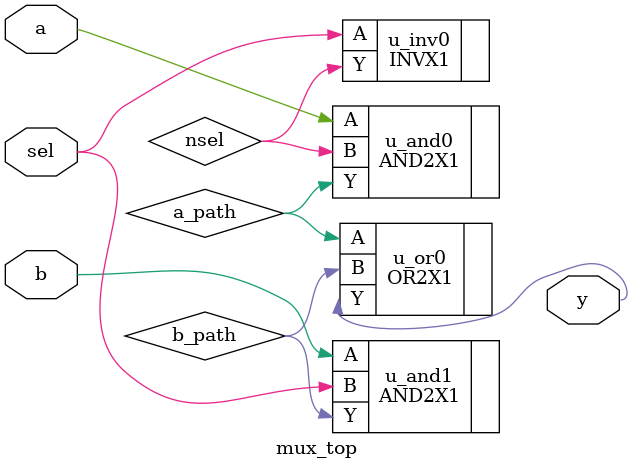
<source format=v>
module mux_top (
  input  wire a,
  input  wire b,
  input  wire sel,
  output wire y
);
  wire nsel, a_path, b_path;

  INVX1 u_inv0 (.A(sel), .Y(nsel));
  AND2X1 u_and0 (.A(a), .B(nsel), .Y(a_path));
  AND2X1 u_and1 (.A(b), .B(sel), .Y(b_path));
  OR2X1  u_or0  (.A(a_path), .B(b_path), .Y(y));
endmodule
</source>
